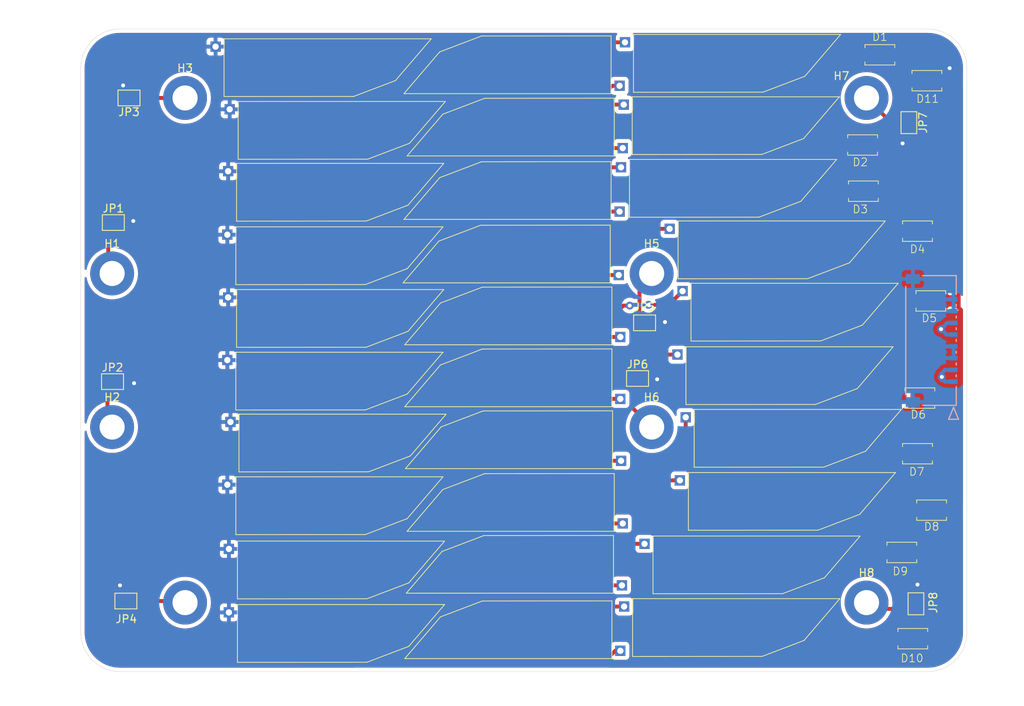
<source format=kicad_pcb>
(kicad_pcb (version 20240108) (generator "pcbnew") (generator_version "8.0")
  (title_block (title "SolarPanels") (date "2024-07-06") (rev "0.1") (company "CalgarytoSpace"))
  (layers (0 "F.Cu" signal) (31 "B.Cu" signal) (34 "B.Paste" user) (35 "F.Paste" user) (36 "B.SilkS" user "B.Silkscreen") (37 "F.SilkS" user "F.Silkscreen") (38 "B.Mask" user) (39 "F.Mask" user) (44 "Edge.Cuts" user))
  (net 0 "")
  (net 1 "+VDC")
  (net 2 "GND")
  (net 3 "Net-(SC1-+)")
  (net 4 "Net-(SC1--)")
  (net 5 "Net-(SC4-+)")
  (net 6 "Net-(SC2--)")
  (net 7 "Net-(SC7-+)")
  (net 8 "Net-(SC4--)")
  (net 9 "Net-(SC10-+)")
  (net 10 "Net-(SC5--)")
  (net 11 "Net-(SC13-+)")
  (net 12 "Net-(SC16-+)")
  (net 13 "Net-(SC8--)")
  (net 14 "Net-(SC19-+)")
  (net 15 "Net-(SC7--)")
  (net 16 "Net-(SC22-+)")
  (net 17 "Net-(SC10--)")
  (net 18 "Net-(SC11--)")
  (net 19 "Net-(SC25-+)")
  (net 20 "Net-(SC13--)")
  (net 21 "Net-(SC28-+)")
  (net 22 "Net-(SC14--)")
  (net 23 "Net-(SC16--)")
  (net 24 "Net-(SC17--)")
  (net 25 "Net-(SC19--)")
  (net 26 "Net-(SC20--)")
  (net 27 "Net-(SC22--)")
  (net 28 "Net-(SC23--)")
  (net 29 "Net-(JP3-A)")
  (net 30 "Net-(JP4-A)")
  (net 31 "Net-(JP7-A)")
  (net 32 "Net-(JP8-A)")
  (net 33 "Net-(SC25--)")
  (net 34 "Net-(SC26--)")
  (net 35 "Net-(SC28--)")
  (net 36 "Net-(SC29--)")
  (net 37 "Net-(JP1-A)")
  (net 38 "Net-(JP2-A)")
  (net 39 "Net-(JP5-A)")
  (net 40 "Net-(JP6-A)")
  (footprint "Solar Panel Library:TrisolX Solar Wings" (layer "F.Cu") (at 134.5 111.8 90)
    (property "Reference" "SC14" (hide yes))
    (property "Value" "Solar_Cell" (hide yes))
    (pad "1" smd roundrect (at -0.25 -3.25) (size 19.5 3.5) (layers "F.Cu" "F.Paste" "F.Mask") (roundrect_rratio 0.2) (chamfer_ratio 0.3) (chamfer top_left) (net 20 "Net-(SC13--)"))
    (pad "2" thru_hole rect (at -2.5 9.31) (size 1.308 1.308) (drill 0.8) (layers "*.Cu" "*.Mask") (net 22 "Net-(SC14--)"))
    (zone (net 0) (net_name "") (layer "F.Cu") (connect_pads (clearance 0)) (min_thickness 0.25)
      (keepout (tracks allowed) (vias allowed) (pads allowed) (copperpour not_allowed) (footprints allowed))
      (fill (thermal_gap 0.5) (thermal_bridge_width 0.5))
      (polygon (pts (xy 116.1 115.4) (xy 120.8 109.9) (xy 126.2 107.8) (xy 142.8 107.8) (xy 142.8 115.3)))
    )
  )
  (footprint "Solar Panel Library:TrisolX Solar Wings" (layer "F.Cu") (at 153.2 95.15 -90)
    (property "Reference" "SC7" (hide yes))
    (property "Value" "Solar_Cell" (hide yes))
    (pad "1" smd roundrect (at -0.25 -3.25 180) (size 19.5 3.5) (layers "F.Cu" "F.Paste" "F.Mask") (roundrect_rratio 0.2) (chamfer_ratio 0.3) (chamfer top_left) (net 7 "Net-(SC7-+)"))
    (pad "2" thru_hole rect (at -2.5 9.31 180) (size 1.308 1.308) (drill 0.8) (layers "*.Cu" "*.Mask") (net 15 "Net-(SC7--)"))
    (zone (net 0) (net_name "") (layer "F.Cu") (connect_pads (clearance 0)) (min_thickness 0.25)
      (keepout (tracks allowed) (vias allowed) (pads allowed) (copperpour not_allowed) (footprints allowed))
      (fill (thermal_gap 0.5) (thermal_bridge_width 0.5))
      (polygon (pts (xy 171.6 91.55) (xy 166.9 97.05) (xy 161.5 99.15) (xy 144.9 99.15) (xy 144.9 91.65)))
    )
  )
  (footprint "Solar Panel Library:PMEG10020AELPX" (layer "F.Cu") (at 179.7 141.8 180)
    (property "Reference" "D9" (at 0.2 -2.4 0) (layer "F.SilkS") (effects (font (thickness 0.1))))
    (property "Value" "PMEG10020AELPX" (hide yes))
    (pad "1" smd rect (at -2.7 0 270) (size 1.443 2.2) (layers "F.Cu" "F.Paste" "F.Mask") (net 1 "+VDC"))
    (pad "2" smd rect (at 2.8 0 270) (size 1.443 2.2) (layers "F.Cu" "F.Paste" "F.Mask") (net 19 "Net-(SC25-+)"))
  )
  (footprint "Solar Panel Library:TrisolX Solar Wings" (layer "F.Cu") (at 134.4 95.8 90)
    (property "Reference" "SC8" (hide yes))
    (property "Value" "Solar_Cell" (hide yes))
    (pad "1" smd roundrect (at -0.25 -3.25) (size 19.5 3.5) (layers "F.Cu" "F.Paste" "F.Mask") (roundrect_rratio 0.2) (chamfer_ratio 0.3) (chamfer top_left) (net 15 "Net-(SC7--)"))
    (pad "2" thru_hole rect (at -2.5 9.31) (size 1.308 1.308) (drill 0.8) (layers "*.Cu" "*.Mask") (net 13 "Net-(SC8--)"))
    (zone (net 0) (net_name "") (layer "F.Cu") (connect_pads (clearance 0)) (min_thickness 0.25)
      (keepout (tracks allowed) (vias allowed) (pads allowed) (copperpour not_allowed) (footprints allowed))
      (fill (thermal_gap 0.5) (thermal_bridge_width 0.5))
      (polygon (pts (xy 116 99.4) (xy 120.7 93.9) (xy 126.1 91.8) (xy 142.7 91.8) (xy 142.7 99.3)))
    )
  )
  (footprint "MountingHole:MountingHole_3.2mm_M3_DIN965_Pad" (layer "F.Cu") (at 147.8 125.8)
    (property "Reference" "H6" (at 0 -3.8 0) (layer "F.SilkS"))
    (property "Value" "MountingHole_Pad" (hide yes))
    (pad "1" thru_hole circle (at 0 0) (size 5.6 5.6) (drill 3.2) (layers "*.Cu" "*.Mask") (net 40 "Net-(JP6-A)"))
  )
  (footprint "Solar Panel Library:TrisolX Solar Wings" (layer "F.Cu") (at 134.4 79.75 90)
    (property "Reference" "SC2" (hide yes))
    (property "Value" "Solar_Cell" (hide yes))
    (pad "1" smd roundrect (at -0.25 -3.25) (size 19.5 3.5) (layers "F.Cu" "F.Paste" "F.Mask") (roundrect_rratio 0.2) (chamfer_ratio 0.3) (chamfer top_left) (net 4 "Net-(SC1--)"))
    (pad "2" thru_hole rect (at -2.5 9.31) (size 1.308 1.308) (drill 0.8) (layers "*.Cu" "*.Mask") (net 6 "Net-(SC2--)"))
    (zone (net 0) (net_name "") (layer "F.Cu") (connect_pads (clearance 0)) (min_thickness 0.25)
      (keepout (tracks allowed) (vias allowed) (pads allowed) (copperpour not_allowed) (footprints allowed))
      (fill (thermal_gap 0.5) (thermal_bridge_width 0.5))
      (polygon (pts (xy 116 83.35) (xy 120.7 77.85) (xy 126.1 75.75) (xy 142.7 75.75) (xy 142.7 83.25)))
    )
  )
  (footprint "Solar Panel Library:TrisolX Solar Wings" (layer "F.Cu") (at 159.4 103 -90)
    (property "Reference" "SC10" (hide yes))
    (property "Value" "Solar_Cell" (hide yes))
    (pad "1" smd roundrect (at -0.25 -3.25 180) (size 19.5 3.5) (layers "F.Cu" "F.Paste" "F.Mask") (roundrect_rratio 0.2) (chamfer_ratio 0.3) (chamfer top_left) (net 9 "Net-(SC10-+)"))
    (pad "2" thru_hole rect (at -2.5 9.31 180) (size 1.308 1.308) (drill 0.8) (layers "*.Cu" "*.Mask") (net 17 "Net-(SC10--)"))
    (zone (net 0) (net_name "") (layer "F.Cu") (connect_pads (clearance 0)) (min_thickness 0.25)
      (keepout (tracks allowed) (vias allowed) (pads allowed) (copperpour not_allowed) (footprints allowed))
      (fill (thermal_gap 0.5) (thermal_bridge_width 0.5))
      (polygon (pts (xy 177.8 99.4) (xy 173.1 104.9) (xy 167.7 107) (xy 151.1 107) (xy 151.1 99.5)))
    )
  )
  (footprint "Jumper:SolderJumper-2_P1.3mm_Open_Pad1.0x1.5mm" (layer "F.Cu") (at 79.05 120)
    (property "Reference" "JP2" (at 0 -1.8 0) (layer "F.SilkS"))
    (property "Value" "Jumper_2_Open" (hide yes))
    (pad "1" smd rect (at -0.65 0) (size 1 1.5) (layers "F.Cu" "F.Mask") (net 38 "Net-(JP2-A)"))
    (pad "2" smd rect (at 0.65 0) (size 1 1.5) (layers "F.Cu" "F.Mask") (net 2 "GND"))
  )
  (footprint "Solar Panel Library:TrisolX Solar Wings" (layer "F.Cu") (at 134.59 127.6 90)
    (property "Reference" "SC20" (hide yes))
    (property "Value" "Solar_Cell" (hide yes))
    (pad "1" smd roundrect (at -0.25 -3.25) (size 19.5 3.5) (layers "F.Cu" "F.Paste" "F.Mask") (roundrect_rratio 0.2) (chamfer_ratio 0.3) (chamfer top_left) (net 25 "Net-(SC19--)"))
    (pad "2" thru_hole rect (at -2.5 9.31) (size 1.308 1.308) (drill 0.8) (layers "*.Cu" "*.Mask") (net 26 "Net-(SC20--)"))
    (zone (net 0) (net_name "") (layer "F.Cu") (connect_pads (clearance 0)) (min_thickness 0.25)
      (keepout (tracks allowed) (vias allowed) (pads allowed) (copperpour not_allowed) (footprints allowed))
      (fill (thermal_gap 0.5) (thermal_bridge_width 0.5))
      (polygon (pts (xy 116.19 131.2) (xy 120.89 125.7) (xy 126.29 123.6) (xy 142.89 123.6) (xy 142.89 131.1)))
    )
  )
  (footprint "MountingHole:MountingHole_3.2mm_M3_DIN965_Pad" (layer "F.Cu") (at 88.3 83.8)
    (property "Reference" "H3" (at 0 -3.8 0) (layer "F.SilkS"))
    (property "Value" "MountingHole_Pad" (hide yes))
    (pad "1" thru_hole circle (at 0 0) (size 5.6 5.6) (drill 3.2) (layers "*.Cu" "*.Mask") (net 29 "Net-(JP3-A)"))
  )
  (footprint "Jumper:SolderJumper-2_P1.3mm_Open_Pad1.0x1.5mm" (layer "F.Cu") (at 81.15 83.8 180)
    (property "Reference" "JP3" (at 0 -1.8 0) (layer "F.SilkS"))
    (property "Value" "Jumper_2_Open" (hide yes))
    (pad "1" smd rect (at -0.65 0 180) (size 1 1.5) (layers "F.Cu" "F.Mask") (net 29 "Net-(JP3-A)"))
    (pad "2" smd rect (at 0.65 0 180) (size 1 1.5) (layers "F.Cu" "F.Mask") (net 2 "GND"))
  )
  (footprint "MountingHole:MountingHole_3.2mm_M3_DIN965_Pad" (layer "F.Cu") (at 147.8 106.2)
    (property "Reference" "H5" (at 0 -3.8 0) (layer "F.SilkS"))
    (property "Value" "MountingHole_Pad" (hide yes))
    (pad "1" thru_hole circle (at 0 0) (size 5.6 5.6) (drill 3.2) (layers "*.Cu" "*.Mask") (net 39 "Net-(JP5-A)"))
  )
  (footprint "Solar Panel Library:TrisolX Solar Wings" (layer "F.Cu") (at 153.6 151.2 -90)
    (property "Reference" "SC28" (hide yes))
    (property "Value" "Solar_Cell" (hide yes))
    (pad "1" smd roundrect (at -0.25 -3.25 180) (size 19.5 3.5) (layers "F.Cu" "F.Paste" "F.Mask") (roundrect_rratio 0.2) (chamfer_ratio 0.3) (chamfer top_left) (net 21 "Net-(SC28-+)"))
    (pad "2" thru_hole rect (at -2.5 9.31 180) (size 1.308 1.308) (drill 0.8) (layers "*.Cu" "*.Mask") (net 35 "Net-(SC28--)"))
    (zone (net 0) (net_name "") (layer "F.Cu") (connect_pads (clearance 0)) (min_thickness 0.25)
      (keepout (tracks allowed) (vias allowed) (pads allowed) (copperpour not_allowed) (footprints allowed))
      (fill (thermal_gap 0.5) (thermal_bridge_width 0.5))
      (polygon (pts (xy 172 147.6) (xy 167.3 153.1) (xy 161.9 155.2) (xy 145.3 155.2) (xy 145.3 147.7)))
    )
  )
  (footprint "Solar Panel Library:TrisolX Solar Wings" (layer "F.Cu") (at 134.7 143.5 90)
    (property "Reference" "SC26" (hide yes))
    (property "Value" "Solar_Cell" (hide yes))
    (pad "1" smd roundrect (at -0.25 -3.25) (size 19.5 3.5) (layers "F.Cu" "F.Paste" "F.Mask") (roundrect_rratio 0.2) (chamfer_ratio 0.3) (chamfer top_left) (net 33 "Net-(SC25--)"))
    (pad "2" thru_hole rect (at -2.5 9.31) (size 1.308 1.308) (drill 0.8) (layers "*.Cu" "*.Mask") (net 34 "Net-(SC26--)"))
    (zone (net 0) (net_name "") (layer "F.Cu") (connect_pads (clearance 0)) (min_thickness 0.25)
      (keepout (tracks allowed) (vias allowed) (pads allowed) (copperpour not_allowed) (footprints allowed))
      (fill (thermal_gap 0.5) (thermal_bridge_width 0.5))
      (polygon (pts (xy 116.3 147.1) (xy 121 141.6) (xy 126.4 139.5) (xy 143 139.5) (xy 143 147)))
    )
  )
  (footprint "Solar Panel Library:TrisolX Solar Wings" (layer "F.Cu") (at 103.2 143.85 -90)
    (property "Reference" "SC27" (hide yes))
    (property "Value" "Solar_Cell" (hide yes))
    (pad "1" smd roundrect (at -0.25 -3.25 180) (size 19.5 3.5) (layers "F.Cu" "F.Paste" "F.Mask") (roundrect_rratio 0.2) (chamfer_ratio 0.3) (chamfer top_left) (net 34 "Net-(SC26--)"))
    (pad "2" thru_hole rect (at -2.5 9.31 180) (size 1.308 1.308) (drill 0.8) (layers "*.Cu" "*.Mask") (net 2 "GND"))
    (zone (net 0) (net_name "") (layer "F.Cu") (connect_pads (clearance 0)) (min_thickness 0.25)
      (keepout (tracks allowed) (vias allowed) (pads allowed) (copperpour not_allowed) (footprints allowed))
      (fill (thermal_gap 0.5) (thermal_bridge_width 0.5))
      (polygon (pts (xy 121.6 140.25) (xy 116.9 145.75) (xy 111.5 147.85) (xy 94.9 147.85) (xy 94.9 140.35)))
    )
  )
  (footprint "Solar Panel Library:TrisolX Solar Wings" (layer "F.Cu") (at 103 119.75 -90)
    (property "Reference" "SC18" (hide yes))
    (property "Value" "Solar_Cell" (hide yes))
    (pad "1" smd roundrect (at -0.25 -3.25 180) (size 19.5 3.5) (layers "F.Cu" "F.Paste" "F.Mask") (roundrect_rratio 0.2) (chamfer_ratio 0.3) (chamfer top_left) (net 24 "Net-(SC17--)"))
    (pad "2" thru_hole rect (at -2.5 9.31 180) (size 1.308 1.308) (drill 0.8) (layers "*.Cu" "*.Mask") (net 2 "GND"))
    (zone (net 0) (net_name "") (layer "F.Cu") (connect_pads (clearance 0)) (min_thickness 0.25)
      (keepout (tracks allowed) (vias allowed) (pads allowed) (copperpour not_allowed) (footprints allowed))
      (fill (thermal_gap 0.5) (thermal_bridge_width 0.5))
      (polygon (pts (xy 121.4 116.15) (xy 116.7 121.65) (xy 111.3 123.75) (xy 94.7 123.75) (xy 94.7 116.25)))
    )
  )
  (footprint "MountingHole:MountingHole_3.2mm_M3_DIN965_Pad" (layer "F.Cu") (at 175.2 83.8)
    (property "Reference" "H7" (at -3.2 -2.8 0) (layer "F.SilkS"))
    (property "Value" "MountingHole_Pad" (hide yes))
    (pad "1" thru_hole circle (at 0 0) (size 5.6 5.6) (drill 3.2) (layers "*.Cu" "*.Mask") (net 31 "Net-(JP7-A)"))
  )
  (footprint "Solar Panel Library:TrisolX Solar Wings" (layer "F.Cu") (at 134.29 103.9 90)
    (property "Reference" "SC11" (hide yes))
    (property "Value" "Solar_Cell" (hide yes))
    (pad "1" smd roundrect (at -0.25 -3.25) (size 19.5 3.5) (layers "F.Cu" "F.Paste" "F.Mask") (roundrect_rratio 0.2) (chamfer_ratio 0.3) (chamfer top_left) (net 17 "Net-(SC10--)"))
    (pad "2" thru_hole rect (at -2.5 9.31) (size 1.308 1.308) (drill 0.8) (layers "*.Cu" "*.Mask") (net 18 "Net-(SC11--)"))
    (zone (net 0) (net_name "") (layer "F.Cu") (connect_pads (clearance 0)) (min_thickness 0.25)
      (keepout (tracks allowed) (vias allowed) (pads allowed) (copperpour not_allowed) (footprints allowed))
      (fill (thermal_gap 0.5) (thermal_bridge_width 0.5))
      (polygon (pts (xy 115.89 107.5) (xy 120.59 102) (xy 125.99 99.9) (xy 142.59 99.9) (xy 142.59 107.4)))
    )
  )
  (footprint "Solar Panel Library:TrisolX Solar Wings" (layer "F.Cu") (at 134.5 151.85 90)
    (property "Reference" "SC29" (hide yes))
    (property "Value" "Solar_Cell" (hide yes))
    (pad "1" smd roundrect (at -0.25 -3.25) (size 19.5 3.5) (layers "F.Cu" "F.Paste" "F.Mask") (roundrect_rratio 0.2) (chamfer_ratio 0.3) (chamfer top_left) (net 35 "Net-(SC28--)"))
    (pad "2" thru_hole rect (at -2.5 9.31) (size 1.308 1.308) (drill 0.8) (layers "*.Cu" "*.Mask") (net 36 "Net-(SC29--)"))
    (zone (net 0) (net_name "") (layer "F.Cu") (connect_pads (clearance 0)) (min_thickness 0.25)
      (keepout (tracks allowed) (vias allowed) (pads allowed) (copperpour not_allowed) (footprints allowed))
      (fill (thermal_gap 0.5) (thermal_bridge_width 0.5))
      (polygon (pts (xy 116.1 155.45) (xy 120.8 149.95) (xy 126.2 147.85) (xy 142.8 147.85) (xy 142.8 155.35)))
    )
  )
  (footprint "Solar Panel Library:PMEG10020AELPX" (layer "F.Cu") (at 181.7 100.8 180)
    (property "Reference" "D4" (at 0 -2.3 0) (layer "F.SilkS") (effects (font (thickness 0.1))))
    (property "Value" "PMEG10020AELPX" (hide yes))
    (pad "1" smd rect (at -2.7 0 270) (size 1.443 2.2) (layers "F.Cu" "F.Paste" "F.Mask") (net 1 "+VDC"))
    (pad "2" smd rect (at 2.8 0 270) (size 1.443 2.2) (layers "F.Cu" "F.Paste" "F.Mask") (net 9 "Net-(SC10-+)"))
  )
  (footprint "Jumper:SolderJumper-2_P1.3mm_Open_Pad1.0x1.5mm" (layer "F.Cu") (at 79.15 99.7)
    (property "Reference" "JP1" (at 0 -1.8 0) (layer "F.SilkS"))
    (property "Value" "Jumper_2_Open" (hide yes))
    (pad "1" smd rect (at -0.65 0) (size 1 1.5) (layers "F.Cu" "F.Mask") (net 37 "Net-(JP1-A)"))
    (pad "2" smd rect (at 0.65 0) (size 1 1.5) (layers "F.Cu" "F.Mask") (net 2 "GND"))
  )
  (footprint "MountingHole:MountingHole_3.2mm_M3_DIN965_Pad" (layer "F.Cu") (at 175.2 148.2)
    (property "Reference" "H8" (at 0 -3.8 0) (layer "F.SilkS"))
    (property "Value" "MountingHole_Pad" (hide yes))
    (pad "1" thru_hole circle (at 0 0) (size 5.6 5.6) (drill 3.2) (layers "*.Cu" "*.Mask") (net 32 "Net-(JP8-A)"))
  )
  (footprint "Solar Panel Library:PMEG10020AELPX" (layer "F.Cu") (at 182.9 81.6)
    (property "Reference" "D11" (at 0.1 2.3 0) (layer "F.SilkS") (effects (font (thickness 0.1))))
    (property "Value" "PMEG10020AELPX" (hide yes))
    (pad "1" smd rect (at -2.7 0 90) (size 1.443 2.2) (layers "F.Cu" "F.Paste" "F.Mask") (net 1 "+VDC"))
    (pad "2" smd rect (at 2.8 0 90) (size 1.443 2.2) (layers "F.Cu" "F.Paste" "F.Mask") (net 2 "GND"))
  )
  (footprint "Jumper:SolderJumper-2_P1.3mm_Open_Pad1.0x1.5mm" (layer "F.Cu") (at 146 119.6)
    (property "Reference" "JP6" (at 0 -1.8 0) (layer "F.SilkS"))
    (property "Value" "Jumper_2_Open" (hide yes))
    (pad "1" smd rect (at -0.65 0) (size 1 1.5) (layers "F.Cu" "F.Mask") (net 40 "Net-(JP6-A)"))
    (pad "2" smd rect (at 0.65 0) (size 1 1.5) (layers "F.Cu" "F.Mask") (net 2 "GND"))
  )
  (footprint "Solar Panel Library:PMEG10020AELPX" (layer "F.Cu") (at 181.7 129.2 180)
    (property "Reference" "D7" (at 0.1 -2.3 0) (layer "F.SilkS") (effects (font (thickness 0.1))))
    (property "Value" "PMEG10020AELPX" (hide yes))
    (pad "1" smd rect (at -2.7 0 270) (size 1.443 2.2) (layers "F.Cu" "F.Paste" "F.Mask") (net 1 "+VDC"))
    (pad "2" smd rect (at 2.8 0 270) (size 1.443 2.2) (layers "F.Cu" "F.Paste" "F.Mask") (net 14 "Net-(SC19-+)"))
  )
  (footprint "MountingHole:MountingHole_3.2mm_M3_DIN965_Pad" (layer "F.Cu") (at 79 125.8)
    (property "Reference" "H2" (at 0 -3.8 0) (layer "F.SilkS"))
    (property "Value" "MountingHole_Pad" (hide yes))
    (pad "1" thru_hole circle (at 0 0) (size 5.6 5.6) (drill 3.2) (layers "*.Cu" "*.Mask") (net 38 "Net-(JP2-A)"))
  )
  (footprint "Jumper:SolderJumper-2_P1.3mm_Open_Pad1.0x1.5mm" (layer "F.Cu") (at 80.75 148 180)
    (property "Reference" "JP4" (at -0.05 -2.3 0) (layer "F.SilkS"))
    (property "Value" "Jumper_2_Open" (hide yes))
    (pad "1" smd rect (at -0.65 0 180) (size 1 1.5) (layers "F.Cu" "F.Mask") (net 30 "Net-(JP4-A)"))
    (pad "2" smd rect (at 0.65 0 180) (size 1 1.5) (layers "F.Cu" "F.Mask") (net 2 "GND"))
  )
  (footprint "Solar Panel Library:TrisolX Solar Wings" (layer "F.Cu") (at 103 103.75 -90)
    (property "Reference" "SC12" (hide yes))
    (property "Value" "Solar_Cell" (hide yes))
    (pad "1" smd roundrect (at -0.25 -3.25 180) (size 19.5 3.5) (layers "F.Cu" "F.Paste" "F.Mask") (roundrect_rratio 0.2) (chamfer_ratio 0.3) (chamfer top_left) (net 18 "Net-(SC11--)"))
    (pad "2" thru_hole rect (at -2.5 9.31 180) (size 1.308 1.308) (drill 0.8) (layers "*.Cu" "*.Mask") (net 2 "GND"))
    (zone (net 0) (net_name "") (layer "F.Cu") (connect_pads (clearance 0)) (min_thickness 0.25)
      (keepout (tracks allowed) (vias allowed) (pads allowed) (copperpour not_allowed) (footprints allowed))
      (fill (thermal_gap 0.5) (thermal_bridge_width 0.5))
      (polygon (pts (xy 121.4 100.15) (xy 116.7 105.65) (xy 111.3 107.75) (xy 94.7 107.75) (xy 94.7 100.25)))
    )
  )
  (footprint "Solar Panel Library:TrisolX Solar Wings" (layer "F.Cu") (at 134.8 87.7 90)
    (property "Reference" "SC5" (hide yes))
    (property "Value" "Solar_Cell" (hide yes))
    (pad "1" smd roundrect (at -0.25 -3.25) (size 19.5 3.5) (layers "F.Cu" "F.Paste" "F.Mask") (roundrect_rratio 0.2) (chamfer_ratio 0.3) (chamfer top_left) (net 8 "Net-(SC4--)"))
    (pad "2" thru_hole rect (at -2.5 9.31) (size 1.308 1.308) (drill 0.8) (layers "*.Cu" "*.Mask") (net 10 "Net-(SC5--)"))
    (zone (net 0) (net_name "") (layer "F.Cu") (connect_pads (clearance 0)) (min_thickness 0.25)
      (keepout (tracks allowed) (vias allowed) (pads allowed) (copperpour not_allowed) (footprints allowed))
      (fill (thermal_gap 0.5) (thermal_bridge_width 0.5))
      (polygon (pts (xy 116.4 91.3) (xy 121.1 85.8) (xy 126.5 83.7) (xy 143.1 83.7) (xy 143.1 91.2)))
    )
  )
  (footprint "Jumper:SolderJumper-2_P1.3mm_Open_Pad1.0x1.5mm" (layer "F.Cu") (at 180.6 86.95 -90)
    (property "Reference" "JP7" (at 0 -1.8 90) (layer "F.SilkS"))
    (property "Value" "Jumper_2_Open" (hide yes))
    (pad "1" smd rect (at -0.65 0 270) (size 1 1.5) (layers "F.Cu" "F.Mask") (net 31 "Net-(JP7-A)"))
    (pad "2" smd rect (at 0.65 0 270) (size 1 1.5) (layers "F.Cu" "F.Mask") (net 2 "GND"))
  )
  (footprint "Solar Panel Library:TrisolX Solar Wings" (layer "F.Cu") (at 153.71 79.2 -90)
    (property "Reference" "SC1" (hide yes))
    (property "Value" "Solar_Cell" (hide yes))
    (pad "1" smd roundrect (at -0.25 -3.25 180) (size 19.5 3.5) (layers "F.Cu" "F.Paste" "F.Mask") (roundrect_rratio 0.2) (chamfer_ratio 0.3) (chamfer top_left) (net 3 "Net-(SC1-+)"))
    (pad "2" thru_hole rect (at -2.5 9.31 180) (size 1.308 1.308) (drill 0.8) (layers "*.Cu" "*.Mask") (net 4 "Net-(SC1--)"))
    (zone (net 0) (net_name "") (layer "F.Cu") (connect_pads (clearance 0)) (min_thickness 0.25)
      (keepout (tracks allowed) (vias allowed) (pads allowed) (copperpour not_allowed) (footprints allowed))
      (fill (thermal_gap 0.5) (thermal_bridge_width 0.5))
      (polygon (pts (xy 172.11 75.6) (xy 167.41 81.1) (xy 162.01 83.2) (xy 145.41 83.2) (xy 145.41 75.7)))
    )
  )
  (footprint "Solar Panel Library:PMEG10020AELPX" (layer "F.Cu") (at 174.8 95.7 180)
    (property "Reference" "D3" (at 0.4 -2.3 0) (layer "F.SilkS") (effects (font (thickness 0.1))))
    (property "Value" "PMEG10020AELPX" (hide yes))
    (pad "1" smd rect (at -2.7 0 270) (size 1.443 2.2) (layers "F.Cu" "F.Paste" "F.Mask") (net 1 "+VDC"))
    (pad "2" smd rect (at 2.8 0 270) (size 1.443 2.2) (layers "F.Cu" "F.Paste" "F.Mask") (net 7 "Net-(SC7-+)"))
  )
  (footprint "MountingHole:MountingHole_3.2mm_M3_DIN965_Pad" (layer "F.Cu") (at 88.3 148.2)
    (property "Reference" "H4" (hide yes))
    (property "Value" "MountingHole_Pad" (hide yes))
    (pad "1" thru_hole circle (at 0 0) (size 5.6 5.6) (drill 3.2) (layers "*.Cu" "*.Mask") (net 30 "Net-(JP4-A)"))
  )
  (footprint "Solar Panel Library:PMEG10020AELPX" (layer "F.Cu") (at 183.4 109.7 180)
    (property "Reference" "D5" (at 0.2 -2.2 0) (layer "F.SilkS") (effects (font (thickness 0.1))))
    (property "Value" "PMEG10020AELPX" (hide yes))
    (pad "1" smd rect (at -2.7 0 270) (size 1.443 2.2) (layers "F.Cu" "F.Paste" "F.Mask") (net 1 "+VDC"))
    (pad "2" smd rect (at 2.8 0 270) (size 1.443 2.2) (layers "F.Cu" "F.Paste" "F.Mask") (net 11 "Net-(SC13-+)"))
  )
  (footprint "Solar Panel Library:TrisolX Solar Wings" (layer "F.Cu") (at 103.1 111.75 -90)
    (property "Reference" "SC15" (hide yes))
    (property "Value" "Solar_Cell" (hide yes))
    (pad "1" smd roundrect (at -0.25 -3.25 180) (size 19.5 3.5) (layers "F.Cu" "F.Paste" "F.Mask") (roundrect_rratio 0.2) (chamfer_ratio 0.3) (chamfer top_left) (net 22 "Net-(SC14--)"))
    (pad "2" thru_hole rect (at -2.5 9.31 180) (size 1.308 1.308) (drill 0.8) (layers "*.Cu" "*.Mask") (net 2 "GND"))
    (zone (net 0) (net_name "") (layer "F.Cu") (connect_pads (clearance 0)) (min_thickness 0.25)
      (keepout (tracks allowed) (vias allowed) (pads allowed) (copperpour not_allowed) (footprints allowed))
      (fill (thermal_gap 0.5) (thermal_bridge_width 0.5))
      (polygon (pts (xy 121.5 108.15) (xy 116.8 113.65) (xy 111.4 115.75) (xy 94.8 115.75) (xy 94.8 108.25)))
    )
  )
  (footprint "Solar Panel Library:TrisolX Solar Wings" (layer "F.Cu") (at 101.5 79.75 -90)
    (property "Reference" "SC3" (hide yes))
    (property "Value" "Solar_Cell" (hide yes))
    (pad "1" smd roundrect (at -0.25 -3.25 180) (size 19.5 3.5) (layers "F.Cu" "F.Paste" "F.Mask") (roundrect_rratio 0.2) (chamfer_ratio 0.3) (chamfer top_left) (net 6 "Net-(SC2--)"))
    (pad "2" thru_hole rect (at -2.5 9.31 180) (size 1.308 1.308) (drill 0.8) (layers "*.Cu" "*.Mask") (net 2 "GND"))
    (zone (net 0) (net_name "") (layer "F.Cu") (connect_pads (clearance 0)) (min_thickness 0.25)
      (keepout (tracks allowed) (vias allowed) (pads allowed) (copperpour not_allowed) (footprints allowed))
      (fill (thermal_gap 0.5) (thermal_bridge_width 0.5))
      (polygon (pts (xy 119.9 76.15) (xy 115.2 81.65) (xy 109.8 83.75) (xy 93.2 83.75) (xy 93.2 76.25)))
    )
  )
  (footprint "Solar Panel Library:TrisolX Solar Wings" (layer "F.Cu") (at 160.71 135.1 -90)
    (property "Reference" "SC22" (hide yes))
    (property "Value" "Solar_Cell" (hide yes))
    (pad "1" smd roundrect (at -0.25 -3.25 180) (size 19.5 3.5) (layers "F.Cu" "F.Paste" "F.Mask") (roundrect_rratio 0.2) (chamfer_ratio 0.3) (chamfer top_left) (net 16 "Net-(SC22-+)"))
    (pad "2" thru_hole rect (at -2.5 9.31 180) (size 1.308 1.308) (drill 0.8) (layers "*.Cu" "*.Mask") (net 27 "Net-(SC22--)"))
    (zone (net 0) (net_name "") (layer "F.Cu") (connect_pads (clearance 0)) (min_thickness 0.25)
      (keepout (tracks allowed) (vias allowed) (pads allowed) (copperpour not_allowed) (footprints allowed))
      (fill (thermal_gap 0.5) (thermal_bridge_width 0.5))
      (polygon (pts (xy 179.11 131.5) (xy 174.41 137) (xy 169.01 139.1) (xy 152.41 139.1) (xy 152.41 131.6)))
    )
  )
  (footprint "Solar Panel Library:TrisolX Solar Wings" (layer "F.Cu") (at 160.4 119.05 -90)
    (property "Reference" "SC16" (hide yes))
    (property "Value" "Solar_Cell" (hide yes))
    (pad "1" smd roundrect (at -0.25 -3.25 180) (size 19.5 3.5) (layers "F.Cu" "F.Paste" "F.Mask") (roundrect_rratio 0.2) (chamfer_ratio 0.3) (chamfer top_left) (net 12 "Net-(SC16-+)"))
    (pad "2" thru_hole rect (at -2.5 9.31 180) (size 1.308 1.308) (drill 0.8) (layers "*.Cu" "*.Mask") (net 23 "Net-(SC16--)"))
    (zone (net 0) (net_name "") (layer "F.Cu") (connect_pads (clearance 0)) (min_thickness 0.25)
      (keepout (tracks allowed) (vias allowed) (pads allowed) (copperpour not_allowed) (footprints allowed))
      (fill (thermal_gap 0.5) (thermal_bridge_width 0.5))
      (polygon (pts (xy 178.8 115.45) (xy 174.1 120.95) (xy 168.7 123.05) (xy 152.1 123.05) (xy 152.1 115.55)))
    )
  )
  (footprint "Jumper:SolderJumper-2_P1.3mm_Open_Pad1.0x1.5mm" (layer "F.Cu") (at 181.5 148.35 90)
    (property "Reference" "JP8" (at 0.15 2.2 90) (layer "F.SilkS"))
    (property "Value" "Jumper_2_Open" (hide yes))
    (pad "1" smd rect (at -0.65 0 90) (size 1 1.5) (layers "F.Cu" "F.Mask") (net 32 "Net-(JP8-A)"))
    (pad "2" smd rect (at 0.65 0 90) (size 1 1.5) (layers "F.Cu" "F.Mask") (net 2 "GND"))
  )
  (footprint "Solar Panel Library:TrisolX Solar Wings" (layer "F.Cu") (at 161.05 110.95 -90)
    (property "Reference" "SC13" (hide yes))
    (property "Value" "Solar_Cell" (hide yes))
    (pad "1" smd roundrect (at -0.25 -3.25 180) (size 19.5 3.5) (layers "F.Cu" "F.Paste" "F.Mask") (roundrect_rratio 0.2) (chamfer_ratio 0.3) (chamfer top_left) (net 11 "Net-(SC13-+)"))
    (pad "2" thru_hole rect (at -2.5 9.31 180) (size 1.308 1.308) (drill 0.8) (layers "*.Cu" "*.Mask") (net 20 "Net-(SC13--)"))
    (zone (net 0) (net_name "") (layer "F.Cu") (connect_pads (clearance 0)) (min_thickness 0.25)
      (keepout (tracks allowed) (vias allowed) (pads allowed) (copperpour not_allowed) (footprints allowed))
      (fill (thermal_gap 0.5) (thermal_bridge_width 0.5))
      (polygon (pts (xy 179.45 107.35) (xy 174.75 112.85) (xy 169.35 114.95) (xy 152.75 114.95) (xy 152.75 107.45)))
    )
  )
  (footprint "Jumper:SolderJumper-2_P1.3mm_Open_Pad1.0x1.5mm" (layer "F.Cu") (at 146.9 112.5)
    (property "Reference" "JP5" (at 0 -2 0) (layer "F.SilkS"))
    (property "Value" "Jumper_2_Open" (hide yes))
    (pad "1" smd rect (at -0.65 0) (size 1 1.5) (layers "F.Cu" "F.Mask") (net 39 "Net-(JP5-A)"))
    (pad "2" smd rect (at 0.65 0) (size 1 1.5) (layers "F.Cu" "F.Mask") (net 2 "GND"))
  )
  (footprint "Solar Panel Library:TrisolX Solar Wings" (layer "F.Cu") (at 103.1 95.65 -90)
    (property "Reference" "SC9" (hide yes))
    (property "Value" "Solar_Cell" (hide yes))
    (pad "1" smd roundrect (at -0.25 -3.25 180) (size 19.5 3.5) (layers "F.Cu" "F.Paste" "F.Mask") (roundrect_rratio 0.2) (chamfer_ratio 0.3) (chamfer top_left) (net 13 "Net-(SC8--)"))
    (pad "2" thru_hole rect (at -2.5 9.31 180) (size 1.308 1.308) (drill 0.8) (layers "*.Cu" "*.Mask") (net 2 "GND"))
    (zone (net 0) (net_name "") (layer "F.Cu") (connect_pads (clearance 0)) (min_thickness 0.25)
      (keepout (tracks allowed) (vias allowed) (pads allowed) (copperpour not_allowed) (footprints allowed))
      (fill (thermal_gap 0.5) (thermal_bridge_width 0.5))
      (polygon (pts (xy 121.5 92.05) (xy 116.8 97.55) (xy 111.4 99.65) (xy 94.8 99.65) (xy 94.8 92.15)))
    )
  )
  (footprint "Solar Panel Library:TrisolX Solar Wings" (layer "F.Cu") (at 103 135.65 -90)
    (property "Reference" "SC24" (hide yes))
    (property "Value" "Solar_Cell" (hide yes))
    (pad "1" smd roundrect (at -0.25 -3.25 180) (size 19.5 3.5) (layers "F.Cu" "F.Paste" "F.Mask") (roundrect_rratio 0.2) (chamfer_ratio 0.3) (chamfer top_left) (net 28 "Net-(SC23--)"))
    (pad "2" thru_hole rect (at -2.5 9.31 180) (size 1.308 1.308) (drill 0.8) (layers "*.Cu" "*.Mask") (net 2 "GND"))
    (zone (net 0) (net_name "") (layer "F.Cu") (connect_pads (clearance 0)) (min_thickness 0.25)
      (keepout (tracks allowed) (vias allowed) (pads allowed) (copperpour not_allowed) (footprints allowed))
      (fill (thermal_gap 0.5) (thermal_bridge_width 0.5))
      (polygon (pts (xy 121.4 132.05) (xy 116.7 137.55) (xy 111.3 139.65) (xy 94.7 139.65) (xy 94.7 132.15)))
    )
  )
  (footprint "Solar Panel Library:PMEG10020AELPX" (layer "F.Cu") (at 183.5 136.4 180)
    (property "Reference" "D8" (at 0 -2.1 0) (layer "F.SilkS") (effects (font (thickness 0.1))))
    (property "Value" "PMEG10020AELPX" (hide yes))
    (pad "1" smd rect (at -2.7 0 270) (size 1.443 2.2) (layers "F.Cu" "F.Paste" "F.Mask") (net 1 "+VDC"))
    (pad "2" smd rect (at 2.8 0 270) (size 1.443 2.2) (layers "F.Cu" "F.Paste" "F.Mask") (net 16 "Net-(SC22-+)"))
  )
  (footprint "Solar Panel Library:TrisolX Solar Wings" (layer "F.Cu") (at 103.3 87.75 -90)
    (property "Reference" "SC6" (hide yes))
    (property "Value" "Solar_Cell" (hide yes))
    (pad "1" smd roundrect (at -0.25 -3.25 180) (size 19.5 3.5) (layers "F.Cu" "F.Paste" "F.Mask") (roundrect_rratio 0.2) (chamfer_ratio 0.3) (chamfer top_left) (net 10 "Net-(SC5--)"))
    (pad "2" thru_hole rect (at -2.5 9.31 180) (size 1.308 1.308) (drill 0.8) (layers "*.Cu" "*.Mask") (net 2 "GND"))
    (zone (net 0) (net_name "") (layer "F.Cu") (connect_pads (clearance 0)) (min_thickness 0.25)
      (keepout (tracks allowed) (vias allowed) (pads allowed) (copperpour not_allowed) (footprints allowed))
      (fill (thermal_gap 0.5) (thermal_bridge_width 0.5))
      (polygon (pts (xy 121.7 84.15) (xy 117 89.65) (xy 111.6 91.75) (xy 95 91.75) (xy 95 84.25)))
    )
  )
  (footprint "Solar Panel Library:PMEG10020AELPX" (layer "F.Cu") (at 181.1 152.8 180)
    (property "Reference" "D10" (at 0.1 -2.5 0) (layer "F.SilkS") (effects (font (thickness 0.1))))
    (property "Value" "PMEG10020AELPX" (hide yes))
    (pad "1" smd rect (at -2.7 0 270) (size 1.443 2.2) (layers "F.Cu" "F.Paste" "F.Mask") (net 1 "+VDC"))
    (pad "2" smd rect (at 2.8 0 270) (size 1.443 2.2) (layers "F.Cu" "F.Paste" "F.Mask") (net 21 "Net-(SC28-+)"))
  )
  (footprint "Solar Panel Library:TrisolX Solar Wings" (layer "F.Cu") (at 156.2 143.2 -90)
    (property "Reference" "SC25" (hide yes))
    (property "Value" "Solar_Cell" (hide yes))
    (pad "1" smd roundrect (at -0.25 -3.25 180) (size 19.5 3.5) (layers "F.Cu" "F.Paste" "F.Mask") (roundrect_rratio 0.2) (chamfer_ratio 0.3) (chamfer top_left) (net 19 "Net-(SC25-+)"))
    (pad "2" thru_hole rect (at -2.5 9.31 180) (size 1.308 1.308) (drill 0.8) (layers "*.Cu" "*.Mask") (net 33 "Net-(SC25--)"))
    (zone (net 0) (net_name "") (layer "F.Cu") (connect_pads (clearance 0)) (min_thickness 0.25)
      (keepout (tracks allowed) (vias allowed) (pads allowed) (copperpour not_allowed) (footprints allowed))
      (fill (thermal_gap 0.5) (thermal_bridge_width 0.5))
      (polygon (pts (xy 174.6 139.6) (xy 169.9 145.1) (xy 164.5 147.2) (xy 147.9 147.2) (xy 147.9 139.7)))
    )
  )
  (footprint "Solar Panel Library:TrisolX Solar Wings" (layer "F.Cu") (at 161.45 127.05 -90)
    (property "Reference" "SC19" (hide yes))
    (property "Value" "Solar_Cell" (hide yes))
    (pad "1" smd roundrect (at -0.25 -3.25 180) (size 19.5 3.5) (layers "F.Cu" "F.Paste" "F.Mask") (roundrect_rratio 0.2) (chamfer_ratio 0.3) (chamfer top_left) (net 14 "Net-(SC19-+)"))
    (pad "2" thru_hole rect (at -2.5 9.31 180) (size 1.308 1.308) (drill 0.8) (layers "*.Cu" "*.Mask") (net 25 "Net-(SC19--)"))
    (zone (net 0) (net_name "") (layer "F.Cu") (connect_pads (clearance 0)) (min_thickness 0.25)
      (keepout (tracks allowed) (vias allowed) (pads allowed) (copperpour not_allowed) (footprints allowed))
      (fill (thermal_gap 0.5) (thermal_bridge_width 0.5))
      (polygon (pts (xy 179.85 123.45) (xy 175.15 128.95) (xy 169.75 131.05) (xy 153.15 131.05) (xy 153.15 123.55)))
    )
  )
  (footprint "Solar Panel Library:PMEG10020AELPX" (layer "F.Cu") (at 174.7 89.8 180)
    (property "Reference" "D2" (at 0.3 -2.2 0) (layer "F.SilkS") (effects (font (thickness 0.1))))
    (property "Value" "PMEG10020AELPX" (hide yes))
    (pad "1" smd rect (at -2.7 0 270) (size 1.443 2.2) (layers "F.Cu" "F.Paste" "F.Mask") (net 1 "+VDC"))
    (pad "2" smd rect (at 2.8 0 270) (size 1.443 2.2) (layers "F.Cu" "F.Paste" "F.Mask") (net 5 "Net-(SC4-+)"))
  )
  (footprint "MountingHole:MountingHole_3.2mm_M3_DIN965_Pad" (layer "F.Cu") (at 79 106.2)
    (property "Reference" "H1" (at 0 -3.8 0) (layer "F.SilkS"))
    (property "Value" "MountingHole_Pad" (hide yes))
    (pad "1" thru_hole circle (at 0 0) (size 5.6 5.6) (drill 3.2) (layers "*.Cu" "*.Mask") (net 37 "Net-(JP1-A)"))
  )
  (footprint "Solar Panel Library:TrisolX Solar Wings" (layer "F.Cu") (at 153.55 87.15 -90)
    (property "Reference" "SC4" (hide yes))
    (property "Value" "Solar_Cell" (hide yes))
    (pad "1" smd roundrect (at -0.25 -3.25 180) (size 19.5 3.5) (layers "F.Cu" "F.Paste" "F.Mask") (roundrect_rratio 0.2) (chamfer_ratio 0.3) (chamfer top_left) (net 5 "Net-(SC4-+)"))
    (pad "2" thru_hole rect (at -2.5 9.31 180) (size 1.308 1.308) (drill 0.8) (layers "*.Cu" "*.Mask") (net 8 "Net-(SC4--)"))
    (zone (net 0) (net_name "") (layer "F.Cu") (connect_pads (clearance 0)) (min_thickness 0.25)
      (keepout (tracks allowed) (vias allowed) (pads allowed) (copperpour not_allowed) (footprints allowed))
      (fill (thermal_gap 0.5) (thermal_bridge_width 0.5))
      (polygon (pts (xy 171.95 83.55) (xy 167.25 89.05) (xy 161.85 91.15) (xy 145.25 91.15) (xy 145.25 83.65)))
    )
  )
  (footprint "Solar Panel Library:TrisolX Solar Wings" (layer "F.Cu") (at 103.2 151.95 -90)
    (property "Reference" "SC30" (hide yes))
    (property "Value" "Solar_Cell" (hide yes))
    (pad "1" smd roundrect (at -0.25 -3.25 180) (size 19.5 3.5) (layers "F.Cu" "F.Paste" "F.Mask") (roundrect_rratio 0.2) (chamfer_ratio 0.3) (chamfer top_left) (net 36 "Net-(SC29--)"))
    (pad "2" thru_hole rect (at -2.5 9.31 180) (size 1.308 1.308) (drill 0.8) (layers "*.Cu" "*.Mask") (net 2 "GND"))
    (zone (net 0) (net_name "") (layer "F.Cu") (connect_pads (clearance 0)) (min_thickness 0.25)
      (keepout (tracks allowed) (vias allowed) (pads allowed) (copperpour not_allowed) (footprints allowed))
      (fill (thermal_gap 0.5) (thermal_bridge_width 0.5))
      (polygon (pts (xy 121.6 148.35) (xy 116.9 153.85) (xy 111.5 155.95) (xy 94.9 155.95) (xy 94.9 148.45)))
    )
  )
  (footprint "Solar Panel Library:TrisolX Solar Wings" (layer "F.Cu") (at 103.4 127.65 -90)
    (property "Reference" "SC21" (hide yes))
    (property "Value" "Solar_Cell" (hide yes))
    (pad "1" smd roundrect (at -0.25 -3.25 180) (size 19.5 3.5) (layers "F.Cu" "F.Paste" "F.Mask") (roundrect_rratio 0.2) (chamfer_ratio 0.3) (chamfer top_left) (net 26 "Net-(SC20--)"))
    (pad "2" thru_hole rect (at -2.5 9.31 180) (size 1.308 1.308) (drill 0.8) (layers "*.Cu" "*.Mask") (net 2 "GND"))
    (zone (net 0) (net_name "") (layer "F.Cu") (connect_pads (clearance 0)) (min_thickness 0.25)
      (keepout (tracks allowed) (vias allowed) (pads allowed) (copperpour not_allowed) (footprints allowed))
      (fill (thermal_gap 0.5) (thermal_bridge_width 0.5))
      (polygon (pts (xy 121.8 124.05) (xy 117.1 129.55) (xy 111.7 131.65) (xy 95.1 131.65) (xy 95.1 124.15)))
    )
  )
  (footprint "Solar Panel Library:TrisolX Solar Wings" (layer "F.Cu") (at 134.8 135.6 90)
    (property "Reference" "SC23" (hide yes))
    (property "Value" "Solar_Cell" (hide yes))
    (pad "1" smd roundrect (at -0.25 -3.25) (size 19.5 3.5) (layers "F.Cu" "F.Paste" "F.Mask") (roundrect_rratio 0.2) (chamfer_ratio 0.3) (chamfer top_left) (net 27 "Net-(SC22--)"))
    (pad "2" thru_hole rect (at -2.5 9.31) (size 1.308 1.308) (drill 0.8) (layers "*.Cu" "*.Mask") (net 28 "Net-(SC23--)"))
    (zone (net 0) (net_name "") (layer "F.Cu") (connect_pads (clearance 0)) (min_thickness 0.25)
      (keepout (tracks allowed) (vias allowed) (pads allowed) (copperpour not_allowed) (footprints allowed))
      (fill (thermal_gap 0.5) (thermal_bridge_width 0.5))
      (polygon (pts (xy 116.4 139.2) (xy 121.1 133.7) (xy 126.5 131.6) (xy 143.1 131.6) (xy 143.1 139.1)))
    )
  )
  (footprint "Solar Panel Library:PMEG10020AELPX" (layer "F.Cu") (at 176.9 78.3 180)
    (property "Reference" "D1" (at 0 2.3 0) (layer "F.SilkS") (effects (font (thickness 0.1))))
    (property "Value" "PMEG10020AELPX" (hide yes))
    (pad "1" smd rect (at -2.7 0 270) (size 1.443 2.2) (layers "F.Cu" "F.Paste" "F.Mask") (net 1 "+VDC"))
    (pad "2" smd rect (at 2.8 0 270) (size 1.443 2.2) (layers "F.Cu" "F.Paste" "F.Mask") (net 3 "Net-(SC1-+)"))
  )
  (footprint "Solar Panel Library:TrisolX Solar Wings" (layer "F.Cu") (at 134.5 119.7 90)
    (property "Reference" "SC17" (hide yes))
    (property "Value" "Solar_Cell" (hide yes))
    (pad "1" smd roundrect (at -0.25 -3.25) (size 19.5 3.5) (layers "F.Cu" "F.Paste" "F.Mask") (roundrect_rratio 0.2) (chamfer_ratio 0.3) (chamfer top_left) (net 23 "Net-(SC16--)"))
    (pad "2" thru_hole rect (at -2.5 9.31) (size 1.308 1.308) (drill 0.8) (layers "*.Cu" "*.Mask") (net 24 "Net-(SC17--)"))
    (zone (net 0) (net_name "") (layer "F.Cu") (connect_pads (clearance 0)) (min_thickness 0.25)
      (keepout (tracks allowed) (vias allowed) (pads allowed) (copperpour not_allowed) (footprints allowed))
      (fill (thermal_gap 0.5) (thermal_bridge_width 0.5))
      (polygon (pts (xy 116.1 123.3) (xy 120.8 117.8) (xy 126.2 115.7) (xy 142.8 115.7) (xy 142.8 123.2)))
    )
  )
  (footprint "Solar Panel Library:PMEG10020AELPX" (layer "F.Cu") (at 182 122.1 180)
    (property "Reference" "D6" (at 0.2 -2.1 0) (layer "F.SilkS") (effects (font (thickness 0.1))))
    (property "Value" "PMEG10020AELPX" (hide yes))
    (pad "1" smd rect (at -2.7 0 270) (size 1.443 2.2) (layers "F.Cu" "F.Paste" "F.Mask") (net 1 "+VDC"))
    (pad "2" smd rect (at 2.8 0 270) (size 1.443 2.2) (layers "F.Cu" "F.Paste" "F.Mask") (net 12 "Net-(SC16-+)"))
  )
  (footprint "Solar Panel Library:5040500891" (layer "B.Cu") (at 186.3 119.999999 -90)
    (property "Reference" "J2" (hide yes))
    (property "Value" "5040500891" (hide yes))
    (pad "1" smd rect (at 0 0 270) (size 0.6 1) (layers "B.Cu" "B.Paste" "B.Mask") (net 1 "+VDC"))
    (pad "2" smd rect (at -1.5 0 270) (size 0.6 1) (layers "B.Cu" "B.Paste" "B.Mask") (net 1 "+VDC"))
    (pad "3" smd rect (at -2.999999 0 270) (size 0.6 1) (layers "B.Cu" "B.Paste" "B.Mask") (net 2 "GND"))
    (pad "4" smd rect (at -4.500001 0 270) (size 0.6 1) (layers "B.Cu" "B.Paste" "B.Mask") (net 2 "GND"))
    (pad "5" smd rect (at -6.000001 0 270) (size 0.6 1) (layers "B.Cu" "B.Paste" "B.Mask") (net 1 "+VDC"))
    (pad "6" smd rect (at -7.5 0 270) (size 0.6 1) (layers "B.Cu" "B.Paste" "B.Mask") (net 1 "+VDC"))
    (pad "7" smd rect (at -9 0 270) (size 0.6 1) (layers "B.Cu" "B.Paste" "B.Mask") (net 2 "GND"))
    (pad "8" smd rect (at -10.499999 0 270) (size 0.6 1) (layers "B.Cu" "B.Paste" "B.Mask") (net 2 "GND"))
    (pad "9" smd rect (at 2.604999 5.19 270) (size 1.25 1.8) (layers "B.Cu" "B.Paste" "B.Mask") (net 2 "GND"))
    (pad "10" smd rect (at -13.104998 5.19 270) (size 1.25 1.8) (layers "B.Cu" "B.Paste" "B.Mask") (net 2 "GND"))
  )
  (gr_line (start 80 75) (end 183 75) (stroke (width 0.05)) (layer "Edge.Cuts"))
  (gr_arc (start 80 157) (mid 76.464466 155.535534) (end 75 152) (stroke (width 0.05)) (layer "Edge.Cuts"))
  (gr_line (start 75 80) (end 75 152) (stroke (width 0.05)) (layer "Edge.Cuts"))
  (gr_arc (start 188 152) (mid 186.535534 155.535534) (end 183 157) (stroke (width 0.05)) (layer "Edge.Cuts"))
  (gr_line (start 183 157) (end 80 157) (stroke (width 0.05)) (layer "Edge.Cuts"))
  (gr_line (start 188 80) (end 188 152) (stroke (width 0.05)) (layer "Edge.Cuts"))
  (gr_arc (start 75 80) (mid 76.464466 76.464466) (end 80 75) (stroke (width 0.05)) (layer "Edge.Cuts"))
  (gr_arc (start 183 75) (mid 186.535534 76.464466) (end 188 80) (stroke (width 0.05)) (layer "Edge.Cuts"))
  (via (at 184.7 113.3) (size 1) (drill 0.5) (layers "F.Cu" "B.Cu") (net 1))
  (via (at 184.8 119.4) (size 1) (drill 0.5) (layers "F.Cu" "B.Cu") (net 1))
  (segment (start 186.3 113.999998) (end 185.399998 113.999998) (width 0.5) (layer "B.Cu") (net 1))
  (segment (start 185.199999 119.999999) (end 186.3 119.999999) (width 0.5) (layer "B.Cu") (net 1))
  (segment (start 184.7 119) (end 184.8 119.1) (width 0.5) (layer "B.Cu") (net 1))
  (segment (start 186.3 112.499999) (end 185.500001 112.499999) (width 0.5) (layer "B.Cu") (net 1))
  (segment (start 185 119.8) (end 185.199999 119.999999) (width 0.5) (layer "B.Cu") (net 1))
  (segment (start 185.399998 113.999998) (end 184.7 113.3) (width 0.5) (layer "B.Cu") (net 1))
  (segment (start 184.8 119.1) (end 184.8 119.8) (width 0.5) (layer "B.Cu") (net 1))
  (segment (start 186.3 118.499999) (end 185.200001 118.499999) (width 0.5) (layer "B.Cu") (net 1))
  (segment (start 185.200001 118.499999) (end 184.7 119) (width 0.5) (layer "B.Cu") (net 1))
  (segment (start 184.8 119.8) (end 185 119.8) (width 0.5) (layer "B.Cu") (net 1))
  (segment (start 185.500001 112.499999) (end 184.7 113.3) (width 0.5) (layer "B.Cu") (net 1))
  (segment (start 181.5 146.1) (end 181.7 145.9) (width 0.5) (layer "F.Cu") (net 2))
  (segment (start 79.8 99.7) (end 81.5 99.7) (width 0.5) (layer "F.Cu") (net 2))
  (segment (start 185.7 80.1) (end 185.8 80) (width 0.5) (layer "F.Cu") (net 2))
  (segment (start 80.5 82.3) (end 80.4 82.2) (width 0.5) (layer "F.Cu") (net 2))
  (segment (start 79.7 120) (end 81.6 120) (width 0.5) (layer "F.Cu") (net 2))
  (segment (start 180.6 87.6) (end 180.6 88.8) (width 0.5) (layer "F.Cu") (net 2))
  (segment (start 81.6 120) (end 81.8 120.2) (width 0.5) (layer "F.Cu") (net 2))
  (segment (start 80.5 83.8) (end 80.5 82.3) (width 0.5) (layer "F.Cu") (net 2))
  (segment (start 180.6 88.8) (end 179.8 89.6) (width 0.5) (layer "F.Cu") (net 2))
  (segment (start 80.1 146.1) (end 80 146) (width 0.5) (layer "F.Cu") (net 2))
  (segment (start 146.65 119.6) (end 148.4 119.6) (width 0.5) (layer "F.Cu") (net 2))
  (segment (start 185.7 81.6) (end 185.7 80.1) (width 0.5) (layer "F.Cu") (net 2))
  (segment (start 80.1 148) (end 80.1 146.1) (width 0.5) (layer "F.Cu") (net 2))
  (segment (start 148.4 119.6) (end 148.5 119.7) (width 0.5) (layer "F.Cu") (net 2))
  (segment (start 147.55 112.5) (end 149.4 112.5) (width 0.5) (layer "F.Cu") (net 2))
  (segment (start 181.5 147.7) (end 181.5 146.1) (width 0.5) (layer "F.Cu") (net 2))
  (segment (start 81.5 99.7) (end 81.7 99.5) (width 0.5) (layer "F.Cu") (net 2))
  (segment (start 149.4 112.5) (end 149.5 112.4) (width 0.5) (layer "F.Cu") (net 2))
  (via (at 179.8 89.6) (size 1) (drill 0.5) (layers "F.Cu" "B.Cu") (net 2))
  (via (at 148.5 119.7) (size 1) (drill 0.5) (layers "F.Cu" "B.Cu") (net 2))
  (via (at 81.7 99.5) (size 1) (drill 0.5) (layers "F.Cu" "B.Cu") (net 2))
  (via (at 81.8 120.2) (size 1) (drill 0.5) (layers "F.Cu" "B.Cu") (net 2))
  (via (at 181.7 145.9) (size 1) (drill 0.5) (layers "F.Cu" "B.Cu") (net 2))
  (via (at 149.5 112.4) (size 1) (drill 0.5) (layers "F.Cu" "B.Cu") (net 2))
  (via (at 80 146) (size 1) (drill 0.5) (layers "F.Cu" "B.Cu") (net 2))
  (via (at 80.4 82.2) (size 1) (drill 0.5) (layers "F.Cu" "B.Cu") (net 2))
  (via (at 185.8 80) (size 1) (drill 0.5) (layers "F.Cu" "B.Cu") (net 2))
  (segment (start 157.61 78.3) (end 156.96 78.95) (width 0.5) (layer "F.Cu") (net 3))
  (segment (start 174.1 78.3) (end 157.61 78.3) (width 0.5) (layer "F.Cu") (net 3))
  (segment (start 144.4 76.7) (end 134.45 76.7) (width 0.5) (layer "F.Cu") (net 4))
  (segment (start 134.45 76.7) (end 131.15 80) (width 0.5) (layer "F.Cu") (net 4))
  (segment (start 169 86.9) (end 171.9 89.8) (width 0.5) (layer "F.Cu") (net 5))
  (segment (start 156.8 86.9) (end 169 86.9) (width 0.5) (layer "F.Cu") (net 5))
  (segment (start 142.2 82.8) (end 108.05 82.8) (width 0.5) (layer "F.Cu") (net 6))
  (segment (start 143.71 82.25) (end 142.75 82.25) (width 0.5) (layer "F.Cu") (net 6))
  (segment (start 142.75 82.25) (end 142.2 82.8) (width 0.5) (layer "F.Cu") (net 6))
  (segment (start 108.05 82.8) (end 104.75 79.5) (width 0.5) (layer "F.Cu") (net 6))
  (segment (start 171.2 94.9) (end 172 95.7) (width 0.5) (layer "F.Cu") (net 7))
  (segment (start 156.45 94.9) (end 171.2 94.9) (width 0.5) (layer "F.Cu") (net 7))
  (segment (start 131.55 87.95) (end 134.85 84.65) (width 0.5) (layer "F.Cu") (net 8))
  (segment (start 134.85 84.65) (end 144.24 84.65) (width 0.5) (layer "F.Cu") (net 8))
  (segment (start 176.95 102.75) (end 178.9 100.8) (width 0.5) (layer "F.Cu") (net 9))
  (segment (start 162.65 102.75) (end 176.95 102.75) (width 0.5) (layer "F.Cu") (net 9))
  (segment (start 142.4 90.2) (end 144.11 90.2) (width 0.5) (layer "F.Cu") (net 10))
  (segment (start 141.5 91.1) (end 142.4 90.2) (width 0.5) (layer "F.Cu") (net 10))
  (segment (start 106.55 87.5) (end 110.15 91.1) (width 0.5) (layer "F.Cu") (net 10))
  (segment (start 110.15 91.1) (end 141.5 91.1) (width 0.5) (layer "F.Cu") (net 10))
  (segment (start 165.3 109.7) (end 164.3 110.7) (width 0.5) (layer "F.Cu") (net 11))
  (segment (start 180.6 109.7) (end 165.3 109.7) (width 0.5) (layer "F.Cu") (net 11))
  (segment (start 179.2 122.1) (end 166.95 122.1) (width 0.5) (layer "F.Cu") (net 12))
  (segment (start 166.95 122.1) (end 163.65 118.8) (width 0.5) (layer "F.Cu") (net 12))
  (segment (start 141 99.2) (end 110.15 99.2) (width 0.5) (layer "F.Cu") (net 13))
  (segment (start 110.15 99.2) (end 106.35 95.4) (width 0.5) (layer "F.Cu") (net 13))
  (segment (start 143.71 98.3) (end 142.3 98.3) (width 0.5) (layer "F.Cu") (net 13))
  (segment (start 142.3 98.3) (end 141.8 98.8) (width 0.5) (layer "F.Cu") (net 13))
  (segment (start 141.4 98.8) (end 141 99.2) (width 0.5) (layer "F.Cu") (net 13))
  (segment (start 141.8 98.8) (end 141.4 98.8) (width 0.5) (layer "F.Cu") (net 13))
  (segment (start 178.9 129.2) (end 178.8 129.2) (width 0.5) (layer "F.Cu") (net 14))
  (segment (start 176.4 126.8) (end 164.7 126.8) (width 0.5) (layer "F.Cu") (net 14))
  (segment (start 178.8 129.2) (end 176.4 126.8) (width 0.5) (layer "F.Cu") (net 14))
  (segment (start 143.89 92.65) (end 134.55 92.65) (width 0.5) (layer "F.Cu") (net 15))
  (segment (start 134.55 92.65) (end 131.15 96.05) (width 0.5) (layer "F.Cu") (net 15))
  (segment (start 165.51 136.4) (end 163.96 134.85) (width 0.5) (layer "F.Cu") (net 16))
  (segment (start 180.7 136.4) (end 165.51 136.4) (width 0.5) (layer "F.Cu") (net 16))
  (segment (start 134.69 100.5) (end 131.04 104.15) (width 0.5) (layer "F.Cu") (net 17))
  (segment (start 150.09 100.5) (end 134.69 100.5) (width 0.5) (layer "F.Cu") (net 17))
  (segment (start 115.1 106.5) (end 109.25 106.5) (width 0.5) (layer "F.Cu") (net 18))
  (segment (start 143.6 106.4) (end 141.8 106.4) (width 0.5) (layer "F.Cu") (net 18))
  (segment (start 141.8 106.4) (end 141.3 106.9) (width 0.5) (layer "F.Cu") (net 18))
  (segment (start 109.25 106.5) (end 106.25 103.5) (width 0.5) (layer "F.Cu") (net 18))
  (segment (start 141.3 106.9) (end 115.5 106.9) (width 0.5) (layer "F.Cu") (net 18))
  (segment (start 115.5 106.9) (end 115.1 106.5) (width 0.5) (layer "F.Cu") (net 18))
  (segment (start 159.45 142.95) (end 175.75 142.95) (width 0.5) (layer "F.Cu") (net 19))
  (segment (start 175.75 142.95) (end 176.9 141.8) (width 0.5) (layer "F.Cu") (net 19))
  (segment (start 145 110.3) (end 144.2 110.3) (width 0.5) (layer "F.Cu") (net 20))
  (segment (start 151.74 108.45) (end 149.99 110.2) (width 0.5) (layer "F.Cu") (net 20))
  (segment (start 142.45 112.05) (end 131.25 112.05) (width 0.5) (layer "F.Cu") (net 20))
  (segment (start 149.99 110.2) (end 147.4 110.2) (width 0.5) (layer "F.Cu") (net 20))
  (segment (start 144.2 110.3) (end 142.45 112.05) (width 0.5) (layer "F.Cu") (net 20))
  (via (at 145 110.3) (size 1) (drill 0.5) (layers "F.Cu" "B.Cu") (net 20))
  (via (at 147.4 110.2) (size 1) (drill 0.5) (layers "F.Cu" "B.Cu") (net 20))
  (segment (start 147.4 110.2) (end 145.1 110.2) (width 0.5) (layer "B.Cu") (net 20))
  (segment (start 145.1 110.2) (end 145 110.3) (width 0.5) (layer "B.Cu") (net 20))
  (segment (start 158.7 152.8) (end 178.3 152.8) (width 0.5) (layer "F.Cu") (net 21))
  (segment (start 156.85 150.95) (end 158.7 152.8) (width 0.5) (layer "F.Cu") (net 21))
  (segment (start 110.25 115.4) (end 106.35 111.5) (width 0.5) (layer "F.Cu") (net 22))
  (segment (start 143.81 114.3) (end 142.3 114.3) (width 0.5) (layer "F.Cu") (net 22))
  (segment (start 142.3 114.3) (end 141.2 115.4) (width 0.5) (layer "F.Cu") (net 22))
  (segment (start 141.2 115.4) (end 110.25 115.4) (width 0.5) (layer "F.Cu") (net 22))
  (segment (start 134.65 116.55) (end 131.25 119.95) (width 0.5) (layer "F.Cu") (net 23))
  (segment (start 151.09 116.55) (end 134.65 116.55) (width 0.5) (layer "F.Cu") (net 23))
  (segment (start 141.3 123.6) (end 110.35 123.6) (width 0.5) (layer "F.Cu") (net 24))
  (segment (start 143.81 122.2) (end 142.7 122.2) (width 0.5) (layer "F.Cu") (net 24))
  (segment (start 110.35 123.6) (end 106.25 119.5) (width 0.5) (layer "F.Cu") (net 24))
  (segment (start 142.7 122.2) (end 141.3 123.6) (width 0.5) (layer "F.Cu") (net 24))
  (segment (start 152.14 126.56) (end 148.6 130.1) (width 0.5) (layer "F.Cu") (net 25))
  (segment (start 145.8 130.1) (end 145.8 129.3) (width 0.5) (layer "F.Cu") (net 25))
  (segment (start 148.6 130.1) (end 145.8 130.1) (width 0.5) (layer "F.Cu") (net 25))
  (segment (start 152.14 124.55) (end 152.14 126.56) (width 0.5) (layer "F.Cu") (net 25))
  (segment (start 145.8 129.3) (end 144.35 127.85) (width 0.5) (layer "F.Cu") (net 25))
  (segment (start 144.35 127.85) (end 131.34 127.85) (width 0.5) (layer "F.Cu") (net 25))
  (segment (start 110.25 131) (end 106.65 127.4) (width 0.5) (layer "F.Cu") (net 26))
  (segment (start 142.4 130.1) (end 141.5 131) (width 0.5) (layer "F.Cu") (net 26))
  (segment (start 143.9 130.1) (end 142.4 130.1) (width 0.5) (layer "F.Cu") (net 26))
  (segment (start 141.5 131) (end 110.25 131) (width 0.5) (layer "F.Cu") (net 26))
  (segment (start 151.4 132.6) (end 134.8 132.6) (width 0.5) (layer "F.Cu") (net 27))
  (segment (start 134.8 132.6) (end 131.55 135.85) (width 0.5) (layer "F.Cu") (net 27))
  (segment (start 142.7 138.1) (end 142.4 138.4) (width 0.5) (layer "F.Cu") (net 28))
  (segment (start 144.11 138.1) (end 142.7 138.1) (width 0.5) (layer "F.Cu") (net 28))
  (segment (start 142.4 138.4) (end 109.25 138.4) (width 0.5) (layer "F.Cu") (net 28))
  (segment (start 109.25 138.4) (end 106.25 135.4) (width 0.5) (layer "F.Cu") (net 28))
  (segment (start 81.8 83.8) (end 88.3 83.8) (width 0.5) (layer "F.Cu") (net 29))
  (segment (start 81.4 148) (end 88.1 148) (width 0.5) (layer "F.Cu") (net 30))
  (segment (start 88.1 148) (end 88.3 148.2) (width 0.5) (layer "F.Cu") (net 30))
  (segment (start 180.6 86.3) (end 177.7 86.3) (width 0.5) (layer "F.Cu") (net 31))
  (segment (start 177.7 86.3) (end 175.2 83.8) (width 0.5) (layer "F.Cu") (net 31))
  (segment (start 175.2 148.2) (end 176 149) (width 0.5) (layer "F.Cu") (net 32))
  (segment (start 176 149) (end 181.5 149) (width 0.5) (layer "F.Cu") (net 32))
  (segment (start 134.5 140.7) (end 131.45 143.75) (width 0.5) (layer "F.Cu") (net 33))
  (segment (start 146.89 140.7) (end 134.5 140.7) (width 0.5) (layer "F.Cu") (net 33))
  (segment (start 109.65 146.8) (end 106.45 143.6) (width 0.5) (layer "F.Cu") (net 34))
  (segment (start 142.5 146) (end 141.7 146.8) (width 0.5) (layer "F.Cu") (net 34))
  (segment (start 141.7 146.8) (end 109.65 146.8) (width 0.5) (layer "F.Cu") (net 34))
  (segment (start 144.01 146) (end 142.5 146) (width 0.5) (layer "F.Cu") (net 34))
  (segment (start 144.29 148.7) (end 134.65 148.7) (width 0.5) (layer "F.Cu") (net 35))
  (segment (start 134.65 148.7) (end 131.25 152.1) (width 0.5) (layer "F.Cu") (net 35))
  (segment (start 110.75 156) (end 106.45 151.7) (width 0.5) (layer "F.Cu") (net 36))
  (segment (start 143.81 154.35) (end 143.15 154.35) (width 0.5) (layer "F.Cu") (net 36))
  (segment (start 143.15 154.35) (end 141.5 156) (width 0.5) (layer "F.Cu") (net 36))
  (segment (start 141.5 156) (end 110.75 156) (width 0.5) (layer "F.Cu") (net 36))
  (segment (start 78.5 99.7) (end 78.5 105.7) (width 0.5) (layer "F.Cu") (net 37))
  (segment (start 78.5 105.7) (end 79 106.2) (width 0.5) (layer "F.Cu") (net 37))
  (segment (start 78.4 125.2) (end 79 125.8) (width 0.5) (layer "F.Cu") (net 38))
  (segment (start 78.4 120) (end 78.4 125.2) (width 0.5) (layer "F.Cu") (net 38))
  (segment (start 146.25 107.75) (end 147.8 106.2) (width 0.5) (layer "F.Cu") (net 39))
  (segment (start 146.25 112.5) (end 146.25 107.75) (width 0.5) (layer "F.Cu") (net 39))
  (segment (start 145.35 119.6) (end 145.35 123.35) (width 0.5) (layer "F.Cu") (net 40))
  (segment (start 145.35 123.35) (end 147.8 125.8) (width 0.5) (layer "F.Cu") (net 40))
  (zone (net 1) (net_name "+VDC") (layer "F.Cu") (connect_pads (clearance 0.5)) (min_thickness 0.25) (fill yes (thermal_gap 0.5) (thermal_bridge_width 0.5))
    (polygon (pts (xy 70.9 72.3) (xy 192.2 71.3) (xy 195.3 161.4) (xy 64.7 161.3)))
  )
  (zone (net 2) (net_name "GND") (layer "B.Cu") (priority 1) (connect_pads (clearance 0.5)) (min_thickness 0.25) (fill yes (thermal_gap 0.5) (thermal_bridge_width 0.5))
    (polygon (pts (xy 70.9 72.3) (xy 192.2 71.3) (xy 195.3 161.4) (xy 64.7 161.3)))
  )
)
</source>
